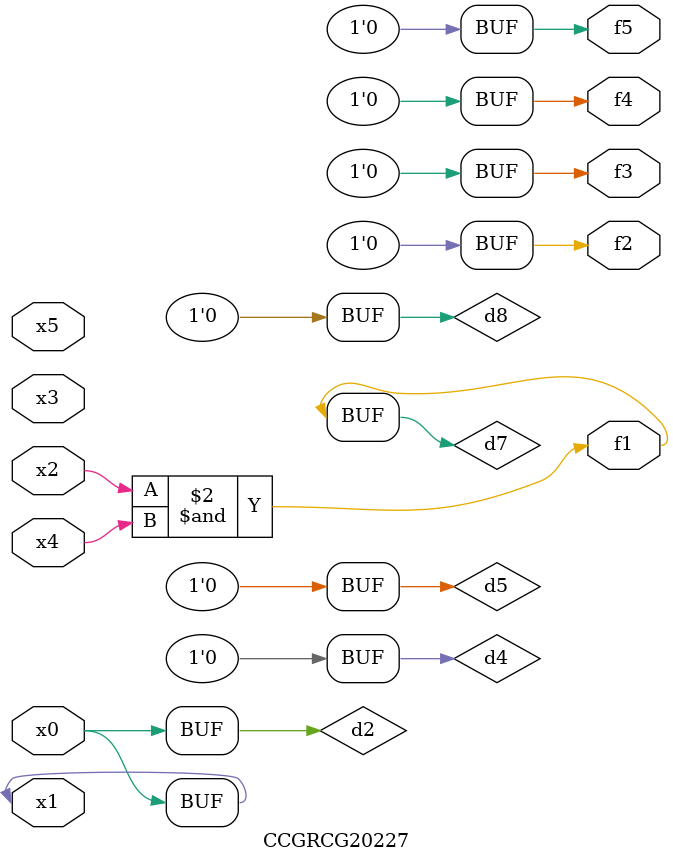
<source format=v>
module CCGRCG20227(
	input x0, x1, x2, x3, x4, x5,
	output f1, f2, f3, f4, f5
);

	wire d1, d2, d3, d4, d5, d6, d7, d8, d9;

	nand (d1, x1);
	buf (d2, x0, x1);
	nand (d3, x2, x4);
	and (d4, d1, d2);
	and (d5, d1, d2);
	nand (d6, d1, d3);
	not (d7, d3);
	xor (d8, d5);
	nor (d9, d5, d6);
	assign f1 = d7;
	assign f2 = d8;
	assign f3 = d8;
	assign f4 = d8;
	assign f5 = d8;
endmodule

</source>
